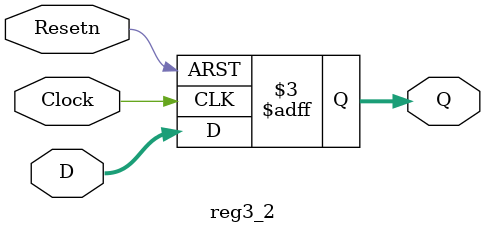
<source format=v>
module reg3_2(D, Clock, Resetn, Q);
	input [2:0] D;
	input Clock, Resetn;
	output reg [2:0] Q;
	always @(posedge Clock or negedge Resetn)
		if (Resetn == 0) begin
			Q <= 3'b000;
		end else begin
			Q <= D;
		end
endmodule
</source>
